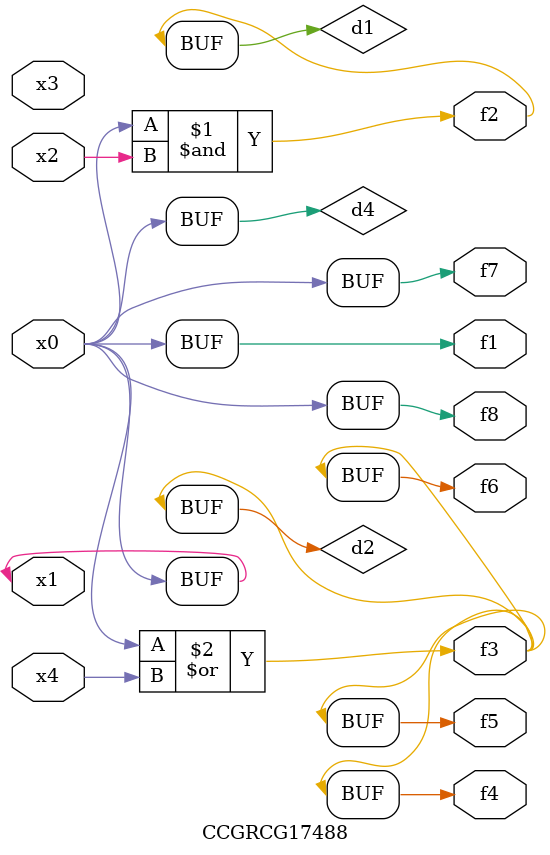
<source format=v>
module CCGRCG17488(
	input x0, x1, x2, x3, x4,
	output f1, f2, f3, f4, f5, f6, f7, f8
);

	wire d1, d2, d3, d4;

	and (d1, x0, x2);
	or (d2, x0, x4);
	nand (d3, x0, x2);
	buf (d4, x0, x1);
	assign f1 = d4;
	assign f2 = d1;
	assign f3 = d2;
	assign f4 = d2;
	assign f5 = d2;
	assign f6 = d2;
	assign f7 = d4;
	assign f8 = d4;
endmodule

</source>
